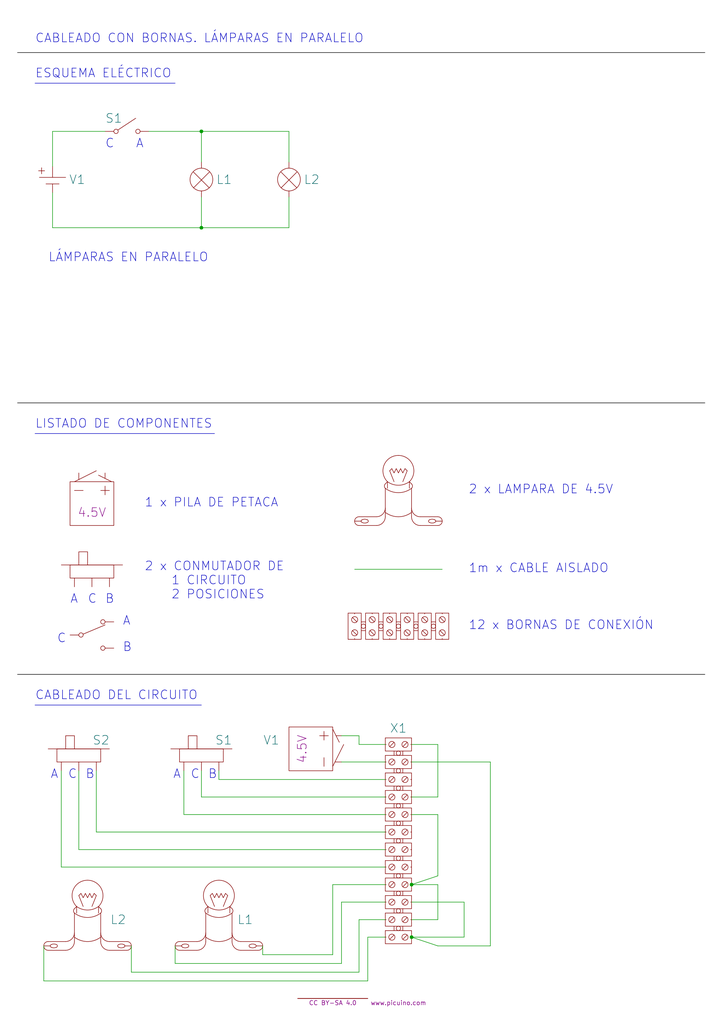
<source format=kicad_sch>
(kicad_sch (version 20211123) (generator eeschema)
  (paper "A4" portrait)
  (title_block (title "CABLEADO CON BORNAS. LÁMPARAS EN PARALELO") (date "14/12/2018") (company "www.picuino.com") (comment 1 "Copyright (c) 2018 by Carlos Pardo") (comment 2 "License CC BY-SA 4.0"))
  (lib_symbols
    (symbol "simbolos:CopyRight" (pin_names (offset 1.016))
      (property "License" "CC BY-SA 4.0" (at -1.27 -1.27 0))
      (property "Web" "www.picuino.com" (at 0 -1.27 0))
      (symbol "CopyRight_0_1"
        (polyline (pts (xy -10.16 0) (xy 10.16 0)) (stroke (width 0.2032)))
      )
    )
    (symbol "simbolos:Pila" (pin_names (offset 1.016))
      (property "Reference" "V" (at 5.08 -4.445 0))
      (symbol "Pila_0_1"
        (polyline (pts (xy -4.064 -1.27) (xy -2.286 -1.27)))
        (polyline (pts (xy -3.81 -3.175) (xy 3.81 -3.175)))
        (polyline (pts (xy -3.175 -0.381) (xy -3.175 -2.159)))
        (polyline (pts (xy -1.905 -5.08) (xy 1.905 -5.08)))
      )
      (symbol "Pila_1_1"
        (pin input line (at 0 -7.62 90) (length 2.54) (name "") (number ""))
        (pin input line (at 0 0 270) (length 3.175) (name "") (number ""))
      )
    )
    (symbol "simbolos:borna_12x2" (pin_names (offset 1.016))
      (property "Reference" "X" (at 3.81 3.81 0))
      (symbol "borna_12x2_0_1"
        (rectangle (start 0 -53.975) (end 7.62 -57.785))
        (rectangle (start 0 -48.895) (end 7.62 -52.705))
        (rectangle (start 0 -43.815) (end 7.62 -47.625))
        (rectangle (start 0 -38.735) (end 7.62 -42.545))
        (rectangle (start 0 -33.655) (end 7.62 -37.465))
        (rectangle (start 0 -28.575) (end 7.62 -32.385))
        (rectangle (start 0 -23.495) (end 7.62 -27.305))
        (rectangle (start 0 -18.415) (end 7.62 -22.225))
        (rectangle (start 0 -13.335) (end 7.62 -17.145))
        (rectangle (start 0 -8.255) (end 7.62 -12.065))
        (rectangle (start 0 -3.175) (end 7.62 -6.985))
        (polyline (pts (xy 1.27 -56.515) (xy 2.54 -55.245)))
        (polyline (pts (xy 1.27 -51.435) (xy 2.54 -50.165)))
        (polyline (pts (xy 1.27 -46.355) (xy 2.54 -45.085)))
        (polyline (pts (xy 1.27 -41.275) (xy 2.54 -40.005)))
        (polyline (pts (xy 1.27 -36.195) (xy 2.54 -34.925)))
        (polyline (pts (xy 1.27 -31.115) (xy 2.54 -29.845)))
        (polyline (pts (xy 1.27 -26.035) (xy 2.54 -24.765)))
        (polyline (pts (xy 1.27 -20.955) (xy 2.54 -19.685)))
        (polyline (pts (xy 1.27 -15.875) (xy 2.54 -14.605)))
        (polyline (pts (xy 1.27 -10.795) (xy 2.54 -9.525)))
        (polyline (pts (xy 1.27 -5.715) (xy 2.54 -4.445)))
        (polyline (pts (xy 1.27 -0.635) (xy 2.54 0.635)))
        (polyline (pts (xy 2.54 -53.975) (xy 2.54 -52.705)))
        (polyline (pts (xy 2.54 -48.895) (xy 2.54 -47.625)))
        (polyline (pts (xy 2.54 -43.815) (xy 2.54 -42.545)))
        (polyline (pts (xy 2.54 -38.735) (xy 2.54 -37.465)))
        (polyline (pts (xy 2.54 -33.655) (xy 2.54 -32.385)))
        (polyline (pts (xy 2.54 -28.575) (xy 2.54 -27.305)))
        (polyline (pts (xy 2.54 -23.495) (xy 2.54 -22.225)))
        (polyline (pts (xy 2.54 -18.415) (xy 2.54 -17.145)))
        (polyline (pts (xy 2.54 -13.335) (xy 2.54 -12.065)))
        (polyline (pts (xy 2.54 -8.255) (xy 2.54 -6.985)))
        (polyline (pts (xy 2.54 -3.175) (xy 2.54 -1.905)))
        (polyline (pts (xy 5.08 -56.515) (xy 6.35 -55.245)))
        (polyline (pts (xy 5.08 -53.975) (xy 5.08 -52.705)))
        (polyline (pts (xy 5.08 -51.435) (xy 6.35 -50.165)))
        (polyline (pts (xy 5.08 -48.895) (xy 5.08 -47.625)))
        (polyline (pts (xy 5.08 -46.355) (xy 6.35 -45.085)))
        (polyline (pts (xy 5.08 -43.815) (xy 5.08 -42.545)))
        (polyline (pts (xy 5.08 -41.275) (xy 6.35 -40.005)))
        (polyline (pts (xy 5.08 -38.735) (xy 5.08 -37.465)))
        (polyline (pts (xy 5.08 -36.195) (xy 6.35 -34.925)))
        (polyline (pts (xy 5.08 -33.655) (xy 5.08 -32.385)))
        (polyline (pts (xy 5.08 -31.115) (xy 6.35 -29.845)))
        (polyline (pts (xy 5.08 -28.575) (xy 5.08 -27.305)))
        (polyline (pts (xy 5.08 -26.035) (xy 6.35 -24.765)))
        (polyline (pts (xy 5.08 -23.495) (xy 5.08 -22.225)))
        (polyline (pts (xy 5.08 -20.955) (xy 6.35 -19.685)))
        (polyline (pts (xy 5.08 -18.415) (xy 5.08 -17.145)))
        (polyline (pts (xy 5.08 -15.875) (xy 6.35 -14.605)))
        (polyline (pts (xy 5.08 -13.335) (xy 5.08 -12.065)))
        (polyline (pts (xy 5.08 -10.795) (xy 6.35 -9.525)))
        (polyline (pts (xy 5.08 -8.255) (xy 5.08 -6.985)))
        (polyline (pts (xy 5.08 -5.715) (xy 6.35 -4.445)))
        (polyline (pts (xy 5.08 -3.175) (xy 5.08 -1.905)))
        (polyline (pts (xy 5.08 -0.635) (xy 6.35 0.635)))
        (rectangle (start 0 1.905) (end 7.62 -1.905))
        (circle (center 1.905 -55.88) (radius 0.889))
        (circle (center 1.905 -50.8) (radius 0.889))
        (circle (center 1.905 -45.72) (radius 0.889))
        (circle (center 1.905 -40.64) (radius 0.889))
        (circle (center 1.905 -35.56) (radius 0.889))
        (circle (center 1.905 -30.48) (radius 0.889))
        (circle (center 1.905 -25.4) (radius 0.889))
        (circle (center 1.905 -20.32) (radius 0.889))
        (circle (center 1.905 -15.24) (radius 0.889))
        (circle (center 1.905 -10.16) (radius 0.889))
        (circle (center 1.905 -5.08) (radius 0.889))
        (circle (center 1.905 0) (radius 0.889))
        (circle (center 3.81 -53.34) (radius 0.635))
        (circle (center 3.81 -48.26) (radius 0.635))
        (circle (center 3.81 -43.18) (radius 0.635))
        (circle (center 3.81 -38.1) (radius 0.635))
        (circle (center 3.81 -33.02) (radius 0.635))
        (circle (center 3.81 -27.94) (radius 0.635))
        (circle (center 3.81 -22.86) (radius 0.635))
        (circle (center 3.81 -17.78) (radius 0.635))
        (circle (center 3.81 -12.7) (radius 0.635))
        (circle (center 3.81 -7.62) (radius 0.635))
        (circle (center 3.81 -2.54) (radius 0.635))
        (circle (center 5.715 -55.88) (radius 0.889))
        (circle (center 5.715 -50.8) (radius 0.889))
        (circle (center 5.715 -45.72) (radius 0.889))
        (circle (center 5.715 -40.64) (radius 0.889))
        (circle (center 5.715 -35.56) (radius 0.889))
        (circle (center 5.715 -30.48) (radius 0.889))
        (circle (center 5.715 -25.4) (radius 0.889))
        (circle (center 5.715 -20.32) (radius 0.889))
        (circle (center 5.715 -15.24) (radius 0.889))
        (circle (center 5.715 -10.16) (radius 0.889))
        (circle (center 5.715 -5.08) (radius 0.889))
        (circle (center 5.715 0) (radius 0.889))
      )
      (symbol "borna_12x2_1_1"
        (pin input line (at 0 -55.88 0) (length 0.254) (name "") (number ""))
        (pin input line (at 0 -50.8 0) (length 0.254) (name "") (number ""))
        (pin input line (at 0 -45.72 0) (length 0.254) (name "") (number ""))
        (pin input line (at 0 -40.64 0) (length 0.254) (name "") (number ""))
        (pin input line (at 0 -35.56 0) (length 0.254) (name "") (number ""))
        (pin input line (at 0 -30.48 0) (length 0.254) (name "") (number ""))
        (pin input line (at 0 -25.4 0) (length 0.254) (name "") (number ""))
        (pin input line (at 0 -20.32 0) (length 0.254) (name "") (number ""))
        (pin input line (at 0 -15.24 0) (length 0.254) (name "") (number ""))
        (pin input line (at 0 -10.16 0) (length 0.254) (name "") (number ""))
        (pin input line (at 0 -5.08 0) (length 0.254) (name "") (number ""))
        (pin input line (at 0 0 0) (length 0.254) (name "") (number ""))
        (pin input line (at 7.62 -55.88 180) (length 0.254) (name "") (number ""))
        (pin input line (at 7.62 -50.8 180) (length 0.254) (name "") (number ""))
        (pin input line (at 7.62 -45.72 180) (length 0.254) (name "") (number ""))
        (pin input line (at 7.62 -40.64 180) (length 0.254) (name "") (number ""))
        (pin input line (at 7.62 -35.56 180) (length 0.254) (name "") (number ""))
        (pin input line (at 7.62 -30.48 180) (length 0.254) (name "") (number ""))
        (pin input line (at 7.62 -25.4 180) (length 0.254) (name "") (number ""))
        (pin input line (at 7.62 -20.32 180) (length 0.254) (name "") (number ""))
        (pin input line (at 7.62 -15.24 180) (length 0.254) (name "") (number ""))
        (pin input line (at 7.62 -10.16 180) (length 0.254) (name "") (number ""))
        (pin input line (at 7.62 -5.08 180) (length 0.254) (name "") (number ""))
        (pin input line (at 7.62 0 180) (length 0.254) (name "") (number ""))
      )
    )
    (symbol "simbolos:borna_6x2" (pin_names (offset 1.016))
      (property "Reference" "X" (at 3.81 3.81 0))
      (symbol "borna_6x2_0_1"
        (rectangle (start 0 -23.495) (end 7.62 -27.305))
        (rectangle (start 0 -18.415) (end 7.62 -22.225))
        (rectangle (start 0 -13.335) (end 7.62 -17.145))
        (rectangle (start 0 -8.255) (end 7.62 -12.065))
        (rectangle (start 0 -3.175) (end 7.62 -6.985))
        (polyline (pts (xy 1.27 -26.035) (xy 2.54 -24.765)))
        (polyline (pts (xy 1.27 -20.955) (xy 2.54 -19.685)))
        (polyline (pts (xy 1.27 -15.875) (xy 2.54 -14.605)))
        (polyline (pts (xy 1.27 -10.795) (xy 2.54 -9.525)))
        (polyline (pts (xy 1.27 -5.715) (xy 2.54 -4.445)))
        (polyline (pts (xy 1.27 -0.635) (xy 2.54 0.635)))
        (polyline (pts (xy 2.54 -23.495) (xy 2.54 -22.225)))
        (polyline (pts (xy 2.54 -18.415) (xy 2.54 -17.145)))
        (polyline (pts (xy 2.54 -13.335) (xy 2.54 -12.065)))
        (polyline (pts (xy 2.54 -8.255) (xy 2.54 -6.985)))
        (polyline (pts (xy 2.54 -3.175) (xy 2.54 -1.905)))
        (polyline (pts (xy 5.08 -26.035) (xy 6.35 -24.765)))
        (polyline (pts (xy 5.08 -23.495) (xy 5.08 -22.225)))
        (polyline (pts (xy 5.08 -20.955) (xy 6.35 -19.685)))
        (polyline (pts (xy 5.08 -18.415) (xy 5.08 -17.145)))
        (polyline (pts (xy 5.08 -15.875) (xy 6.35 -14.605)))
        (polyline (pts (xy 5.08 -13.335) (xy 5.08 -12.065)))
        (polyline (pts (xy 5.08 -10.795) (xy 6.35 -9.525)))
        (polyline (pts (xy 5.08 -8.255) (xy 5.08 -6.985)))
        (polyline (pts (xy 5.08 -5.715) (xy 6.35 -4.445)))
        (polyline (pts (xy 5.08 -3.175) (xy 5.08 -1.905)))
        (polyline (pts (xy 5.08 -0.635) (xy 6.35 0.635)))
        (rectangle (start 0 1.905) (end 7.62 -1.905))
        (circle (center 1.905 -25.4) (radius 0.889))
        (circle (center 1.905 -20.32) (radius 0.889))
        (circle (center 1.905 -15.24) (radius 0.889))
        (circle (center 1.905 -10.16) (radius 0.889))
        (circle (center 1.905 -5.08) (radius 0.889))
        (circle (center 1.905 0) (radius 0.889))
        (circle (center 3.81 -22.86) (radius 0.635))
        (circle (center 3.81 -17.78) (radius 0.635))
        (circle (center 3.81 -12.7) (radius 0.635))
        (circle (center 3.81 -7.62) (radius 0.635))
        (circle (center 3.81 -2.54) (radius 0.635))
        (circle (center 5.715 -25.4) (radius 0.889))
        (circle (center 5.715 -20.32) (radius 0.889))
        (circle (center 5.715 -15.24) (radius 0.889))
        (circle (center 5.715 -10.16) (radius 0.889))
        (circle (center 5.715 -5.08) (radius 0.889))
        (circle (center 5.715 0) (radius 0.889))
      )
      (symbol "borna_6x2_1_1"
        (pin input line (at 0 -25.4 0) (length 0.254) (name "") (number ""))
        (pin input line (at 0 -20.32 0) (length 0.254) (name "") (number ""))
        (pin input line (at 0 -15.24 0) (length 0.254) (name "") (number ""))
        (pin input line (at 0 -10.16 0) (length 0.254) (name "") (number ""))
        (pin input line (at 0 -5.08 0) (length 0.254) (name "") (number ""))
        (pin input line (at 0 0 0) (length 0.254) (name "") (number ""))
        (pin input line (at 7.62 -25.4 180) (length 0.254) (name "") (number ""))
        (pin input line (at 7.62 -20.32 180) (length 0.254) (name "") (number ""))
        (pin input line (at 7.62 -15.24 180) (length 0.254) (name "") (number ""))
        (pin input line (at 7.62 -10.16 180) (length 0.254) (name "") (number ""))
        (pin input line (at 7.62 -5.08 180) (length 0.254) (name "") (number ""))
        (pin input line (at 7.62 0 180) (length 0.254) (name "") (number ""))
      )
    )
    (symbol "simbolos:conmutador" (pin_names (offset 1.016))
      (property "Reference" "S" (at 4.445 3.175 0))
      (symbol "conmutador_0_0"
        (circle (center 3.175 0) (radius 0.635))
        (circle (center 9.525 -3.81) (radius 0.635))
        (circle (center 9.525 3.81) (radius 0.635))
      )
      (symbol "conmutador_0_1"
        (polyline (pts (xy 10.16 2.921) (xy 3.81 0.254)))
      )
      (symbol "conmutador_1_1"
        (pin input line (at 0 0 0) (length 2.54) (name "") (number ""))
        (pin input line (at 12.7 -3.81 180) (length 2.54) (name "") (number ""))
        (pin input line (at 12.7 3.81 180) (length 2.54) (name "") (number ""))
      )
    )
    (symbol "simbolos:interruptor" (pin_names (offset 1.016))
      (property "Reference" "S" (at 4.445 3.175 0))
      (symbol "interruptor_0_0"
        (polyline (pts (xy 8.89 3.81) (xy 3.683 0.381)))
        (circle (center 3.175 0) (radius 0.635))
        (circle (center 9.525 0) (radius 0.635))
      )
      (symbol "interruptor_1_1"
        (pin input line (at 0 0 0) (length 2.54) (name "") (number ""))
        (pin input line (at 12.7 0 180) (length 2.54) (name "") (number ""))
      )
    )
    (symbol "simbolos:lampara" (pin_names (offset 1.016))
      (property "Reference" "L" (at 4.445 -5.08 0))
      (symbol "lampara_0_1"
        (circle (center 0 -5.08) (radius 3.302))
        (polyline (pts (xy -2.286 -7.493) (xy 2.286 -2.921)))
        (polyline (pts (xy -2.286 -2.921) (xy 2.286 -7.493)))
      )
      (symbol "lampara_1_1"
        (pin input line (at 0 -10.16 90) (length 1.778) (name "") (number ""))
        (pin input line (at 0 0 270) (length 1.778) (name "") (number ""))
      )
    )
    (symbol "simbolos:lampara_pack" (pin_names (offset 1.016))
      (property "Reference" "L" (at 17.78 6.35 0))
      (symbol "lampara_pack_0_1"
        (polyline (pts (xy 1.27 -1.27) (xy 6.35 -1.27)))
        (polyline (pts (xy 6.35 1.27) (xy 1.27 1.27)))
        (polyline (pts (xy 8.89 1.27) (xy 8.89 9.525)))
        (polyline (pts (xy 8.89 10.795) (xy 9.525 11.43)))
        (polyline (pts (xy 9.525 11.43) (xy 9.525 9.525)))
        (polyline (pts (xy 11.43 11.43) (xy 10.16 14.605)))
        (polyline (pts (xy 13.97 11.43) (xy 15.24 14.605)))
        (polyline (pts (xy 15.875 11.43) (xy 15.875 9.525)))
        (polyline (pts (xy 16.51 1.27) (xy 16.51 9.525)))
        (polyline (pts (xy 16.51 10.795) (xy 15.875 11.43)))
        (polyline (pts (xy 19.05 1.27) (xy 24.13 1.27)))
        (polyline (pts (xy 24.13 -1.27) (xy 19.05 -1.27)))
        (polyline (pts (xy 10.16 14.605) (xy 10.795 15.24) (xy 11.43 13.97) (xy 12.065 15.24) (xy 12.7 13.97) (xy 13.335 15.24) (xy 13.97 13.97) (xy 14.605 15.24) (xy 15.24 14.605)))
        (arc (start 1.27 1.27) (mid 0 0) (end 1.27 -1.27))
        (arc (start 2.159 -0.381) (mid 2.921 -0.5609) (end 3.683 -0.381))
        (arc (start 2.159 0.381) (mid 1.8844 0) (end 2.159 -0.381))
        (arc (start 3.683 -0.381) (mid 3.9576 0) (end 3.683 0.381))
        (arc (start 3.683 0.381) (mid 2.921 0.5609) (end 2.159 0.381))
        (arc (start 6.35 -1.27) (mid 8.1297 -0.5171) (end 8.89 1.27))
        (arc (start 6.35 1.27) (mid 8.1297 2.0229) (end 8.89 3.81))
        (arc (start 8.89 2.54) (mid 12.7 1.27) (end 16.51 2.54))
        (arc (start 8.89 9.525) (mid 12.7 8.255) (end 16.51 9.525))
        (arc (start 8.89 10.795) (mid 8.627 10.16) (end 8.89 9.525))
        (arc (start 9.525 11.43) (mid 12.7 10.4125) (end 15.875 11.43))
        (arc (start 12.7 19.05) (mid 8.5493 16.3021) (end 9.525 11.43))
        (arc (start 15.875 11.43) (mid 16.8357 16.2958) (end 12.7 19.05))
        (arc (start 16.51 1.27) (mid 17.2523 -0.5349) (end 19.05 -1.27))
        (arc (start 16.51 3.81) (mid 17.2523 2.0051) (end 19.05 1.27))
        (arc (start 16.51 9.525) (mid 16.773 10.16) (end 16.51 10.795))
        (arc (start 21.717 -0.381) (mid 22.479 -0.5609) (end 23.241 -0.381))
        (arc (start 21.717 0.381) (mid 21.4424 0) (end 21.717 -0.381))
        (arc (start 23.241 -0.381) (mid 23.5156 0) (end 23.241 0.381))
        (arc (start 23.241 0.381) (mid 22.479 0.5609) (end 21.717 0.381))
        (arc (start 24.13 -1.27) (mid 25.4 0) (end 24.13 1.27))
      )
      (symbol "lampara_pack_1_1"
        (pin input line (at 0 0 0) (length 1.905) (name "") (number ""))
        (pin input line (at 25.4 0 180) (length 1.905) (name "") (number ""))
      )
    )
    (symbol "simbolos:pila_petaca" (pin_names (offset 1.016))
      (property "Reference" "V" (at 11.43 -8.89 0))
      (property "V" "4.5V" (at 3.81 -12.7 0))
      (symbol "pila_petaca_0_1"
        (rectangle (start -2.54 -2.54) (end 10.16 -15.24))
        (polyline (pts (xy -1.27 -5.08) (xy 1.27 -5.08)))
        (polyline (pts (xy -1.27 -2.54) (xy 5.08 0.635)))
        (polyline (pts (xy 7.62 -3.81) (xy 7.62 -6.35)))
        (polyline (pts (xy 8.89 -5.08) (xy 6.35 -5.08)))
        (polyline (pts (xy 9.525 -2.54) (xy 5.715 -0.635)))
      )
      (symbol "pila_petaca_1_1"
        (pin input line (at 0 0 270) (length 1.905) (name "") (number ""))
        (pin input line (at 7.62 0 270) (length 1.524) (name "") (number ""))
      )
    )
    (symbol "simbolos:selector_pack" (pin_names (offset 1.016))
      (property "Reference" "S" (at 11.43 8.89 0))
      (symbol "selector_pack_0_1"
        (rectangle (start -1.27 6.35) (end 11.43 2.54))
        (polyline (pts (xy 13.97 6.35) (xy -3.81 6.35)))
        (polyline (pts (xy 1.27 6.35) (xy 1.27 10.16) (xy 3.81 10.16) (xy 3.81 6.35)))
      )
      (symbol "selector_pack_1_1"
        (pin input line (at 0 0 90) (length 2.54) (name "") (number ""))
        (pin input line (at 5.08 0 90) (length 2.54) (name "") (number ""))
        (pin input line (at 10.16 0 90) (length 2.54) (name "") (number ""))
      )
    )
  )
  (junction (at 119.38 256.54))
  (junction (at 58.42 38.1))
  (junction (at 58.42 66.04))
  (junction (at 119.38 271.78))
  (wire (pts (xy 50.8 274.32) (xy 50.8 279.4)))
  (polyline (pts (xy 5.08 15.24) (xy 204.47 15.24)) (stroke (width 0) (type solid) (color 0 0 0 1)))
  (wire (pts (xy 106.68 284.48) (xy 12.7 284.48)))
  (polyline (pts (xy 10.16 204.47) (xy 58.42 204.47)) (stroke (width 0) (type solid)))
  (wire (pts (xy 38.1 281.94) (xy 104.14 281.94)))
  (wire (pts (xy 119.38 231.14) (xy 127 231.14)))
  (wire (pts (xy 119.38 271.78) (xy 127 274.32)))
  (wire (pts (xy 127 266.7) (xy 119.38 266.7)))
  (wire (pts (xy 99.06 220.98) (xy 111.76 220.98)))
  (wire (pts (xy 15.24 38.1) (xy 30.48 38.1)))
  (polyline (pts (xy 10.16 125.73) (xy 62.23 125.73)) (stroke (width 0) (type solid)))
  (wire (pts (xy 15.24 48.26) (xy 15.24 38.1)))
  (wire (pts (xy 76.2 274.32) (xy 76.2 276.86)))
  (wire (pts (xy 127 236.22) (xy 119.38 236.22)))
  (wire (pts (xy 104.14 266.7) (xy 111.76 266.7)))
  (wire (pts (xy 104.14 215.9) (xy 111.76 215.9)))
  (wire (pts (xy 15.24 66.04) (xy 58.42 66.04)))
  (wire (pts (xy 119.38 220.98) (xy 142.24 220.98)))
  (wire (pts (xy 104.14 213.36) (xy 99.06 213.36)))
  (wire (pts (xy 99.06 261.62) (xy 111.76 261.62)))
  (wire (pts (xy 22.86 246.38) (xy 111.76 246.38)))
  (wire (pts (xy 27.94 241.3) (xy 27.94 223.52)))
  (wire (pts (xy 96.52 256.54) (xy 111.76 256.54)))
  (wire (pts (xy 58.42 231.14) (xy 111.76 231.14)))
  (wire (pts (xy 134.62 271.78) (xy 119.38 271.78)))
  (polyline (pts (xy 5.08 195.58) (xy 204.47 195.58)) (stroke (width 0) (type solid) (color 0 0 0 1)))
  (wire (pts (xy 58.42 46.99) (xy 58.42 38.1)))
  (wire (pts (xy 58.42 38.1) (xy 83.82 38.1)))
  (wire (pts (xy 22.86 223.52) (xy 22.86 246.38)))
  (wire (pts (xy 142.24 220.98) (xy 142.24 274.32)))
  (polyline (pts (xy 5.08 116.84) (xy 204.47 116.84)) (stroke (width 0) (type solid) (color 0 0 0 1)))
  (wire (pts (xy 43.18 38.1) (xy 58.42 38.1)))
  (wire (pts (xy 119.38 256.54) (xy 127 254)))
  (wire (pts (xy 58.42 66.04) (xy 83.82 66.04)))
  (wire (pts (xy 142.24 274.32) (xy 127 274.32)))
  (wire (pts (xy 111.76 241.3) (xy 27.94 241.3)))
  (wire (pts (xy 83.82 38.1) (xy 83.82 46.99)))
  (wire (pts (xy 17.78 223.52) (xy 17.78 251.46)))
  (wire (pts (xy 58.42 57.15) (xy 58.42 66.04)))
  (wire (pts (xy 127 215.9) (xy 119.38 215.9)))
  (wire (pts (xy 119.38 261.62) (xy 134.62 261.62)))
  (wire (pts (xy 83.82 66.04) (xy 83.82 57.15)))
  (wire (pts (xy 127 256.54) (xy 127 266.7)))
  (wire (pts (xy 106.68 271.78) (xy 106.68 284.48)))
  (wire (pts (xy 134.62 261.62) (xy 134.62 271.78)))
  (wire (pts (xy 104.14 266.7) (xy 104.14 281.94)))
  (wire (pts (xy 58.42 223.52) (xy 58.42 231.14)))
  (wire (pts (xy 111.76 226.06) (xy 63.5 226.06)))
  (wire (pts (xy 63.5 226.06) (xy 63.5 223.52)))
  (wire (pts (xy 15.24 66.04) (xy 15.24 55.88)))
  (wire (pts (xy 111.76 236.22) (xy 53.34 236.22)))
  (wire (pts (xy 102.87 165.1) (xy 128.27 165.1)))
  (wire (pts (xy 76.2 276.86) (xy 96.52 276.86)))
  (wire (pts (xy 127 231.14) (xy 127 215.9)))
  (wire (pts (xy 96.52 256.54) (xy 96.52 276.86)))
  (wire (pts (xy 111.76 271.78) (xy 106.68 271.78)))
  (wire (pts (xy 12.7 284.48) (xy 12.7 274.32)))
  (wire (pts (xy 38.1 274.32) (xy 38.1 281.94)))
  (wire (pts (xy 53.34 236.22) (xy 53.34 223.52)))
  (wire (pts (xy 104.14 215.9) (xy 104.14 213.36)))
  (polyline (pts (xy 10.16 24.13) (xy 50.8 24.13)) (stroke (width 0) (type solid)))
  (wire (pts (xy 119.38 256.54) (xy 127 256.54)))
  (wire (pts (xy 127 254) (xy 127 236.22)))
  (wire (pts (xy 50.8 279.4) (xy 99.06 279.4)))
  (wire (pts (xy 99.06 261.62) (xy 99.06 279.4)))
  (wire (pts (xy 111.76 251.46) (xy 17.78 251.46)))
  (text "C" (at 25.4 175.26 0) (effects (font (size 2.54 2.54)) (justify left bottom)))
  (text "C" (at 16.51 186.69 0) (effects (font (size 2.54 2.54)) (justify left bottom)))
  (text "B" (at 60.325 226.06 0) (effects (font (size 2.54 2.54)) (justify left bottom)))
  (text "2 x CONMUTADOR DE\n    1 CIRCUITO\n    2 POSICIONES" (at 41.91 173.99 0) (effects (font (size 2.54 2.54)) (justify left bottom)))
  (text "A" (at 39.37 43.18 0) (effects (font (size 2.54 2.54)) (justify left bottom)))
  (text "A" (at 35.56 181.61 0) (effects (font (size 2.54 2.54)) (justify left bottom)))
  (text "12 x BORNAS DE CONEXIÓN" (at 135.89 182.88 0) (effects (font (size 2.54 2.54)) (justify left bottom)))
  (text "B" (at 35.56 189.23 0) (effects (font (size 2.54 2.54)) (justify left bottom)))
  (text "B" (at 30.48 175.26 0) (effects (font (size 2.54 2.54)) (justify left bottom)))
  (text "A" (at 20.32 175.26 0) (effects (font (size 2.54 2.54)) (justify left bottom)))
  (text "1m x CABLE AISLADO" (at 135.89 166.37 0) (effects (font (size 2.54 2.54)) (justify left bottom)))
  (text "ESQUEMA ELÉCTRICO" (at 10.16 22.86 0) (effects (font (size 2.54 2.54)) (justify left bottom)))
  (text "LÁMPARAS EN PARALELO" (at 13.97 76.2 0) (effects (font (size 2.54 2.54)) (justify left bottom)))
  (text "C" (at 30.48 43.18 0) (effects (font (size 2.54 2.54)) (justify left bottom)))
  (text "LISTADO DE COMPONENTES" (at 10.16 124.46 0) (effects (font (size 2.54 2.54)) (justify left bottom)))
  (text "CABLEADO CON BORNAS. LÁMPARAS EN PARALELO" (at 10.16 12.7 0) (effects (font (size 2.54 2.54)) (justify left bottom)))
  (text "CABLEADO DEL CIRCUITO" (at 10.16 203.2 0) (effects (font (size 2.54 2.54)) (justify left bottom)))
  (text "2 x LAMPARA DE 4.5V" (at 135.89 143.51 0) (effects (font (size 2.54 2.54)) (justify left bottom)))
  (text "1 x PILA DE PETACA" (at 41.91 147.32 0) (effects (font (size 2.54 2.54)) (justify left bottom)))
  (text "A" (at 50.165 226.06 0) (effects (font (size 2.54 2.54)) (justify left bottom)))
  (text "B" (at 24.765 226.06 0) (effects (font (size 2.54 2.54)) (justify left bottom)))
  (text "A" (at 14.605 226.06 0) (effects (font (size 2.54 2.54)) (justify left bottom)))
  (text "C" (at 55.245 226.06 0) (effects (font (size 2.54 2.54)) (justify left bottom)))
  (text "C" (at 19.685 226.06 0) (effects (font (size 2.54 2.54)) (justify left bottom)))
  (symbol (lib_id "simbolos:CopyRight") (at 96.52 289.56 0) (unit 1)
    (property "Reference" "CP1" (effects hide))
    (property "Value" "CopyRight" (effects hide))
    (property "License" "CC BY-SA 4.0" (at 96.52 290.83 0))
    (property "Web" "www.picuino.com" (at 115.57 290.83 0))
  )
  (symbol (lib_id "simbolos:borna_12x2") (at 111.76 215.9 0) (unit 1)
    (property "Reference" "X1" (at 115.57 211.1756 0) (effects (font (size 2.54 2.54))))
    (property "Value" "borna_12x2" (effects hide))
  )
  (symbol (lib_id "simbolos:pila_petaca") (at 99.06 220.98 270) (mirror x) (unit 1)
    (property "Reference" "V1" (at 76.2 214.63 90) (effects (font (size 2.54 2.54)) (justify left)))
    (property "Value" "pila_petaca" (effects hide))
    (property "V" "4.5V" (at 87.63 217.17 0) (effects (font (size 2.54 2.54))))
  )
  (symbol (lib_id "simbolos:pila_petaca") (at 22.86 137.16 0) (unit 1)
    (property "Reference" "V?" (effects hide))
    (property "Value" "pila_petaca" (effects hide))
    (property "V" "4.5V" (at 26.67 148.59 0) (effects (font (size 2.54 2.54))))
  )
  (symbol (lib_id "simbolos:Pila") (at 15.24 48.26 0) (unit 1)
    (property "Reference" "V1" (at 19.8882 52.07 0) (effects (font (size 2.54 2.54)) (justify left)))
    (property "Value" "Pila" (effects hide))
  )
  (symbol (lib_id "simbolos:lampara") (at 83.82 46.99 0) (unit 1)
    (property "Reference" "L2" (at 87.9602 52.07 0) (effects (font (size 2.54 2.54)) (justify left)))
    (property "Value" "lampara" (effects hide))
  )
  (symbol (lib_id "simbolos:lampara_pack") (at 50.8 274.32 0) (unit 1)
    (property "Reference" "L1" (at 71.12 266.7 0) (effects (font (size 2.54 2.54))))
    (property "Value" "lampara_pack" (effects hide))
  )
  (symbol (lib_id "simbolos:lampara_pack") (at 12.7 274.32 0) (unit 1)
    (property "Reference" "L2" (at 34.29 266.7 0) (effects (font (size 2.54 2.54))))
    (property "Value" "lampara_pack" (effects hide))
  )
  (symbol (lib_id "simbolos:borna_6x2") (at 128.27 177.8 270) (unit 1)
    (property "Reference" "X?" (effects hide))
    (property "Value" "borna_6x2" (effects hide))
  )
  (symbol (lib_id "simbolos:conmutador") (at 20.32 184.15 0) (unit 1)
    (property "Reference" "S?" (effects hide))
    (property "Value" "conmutador" (effects hide))
  )
  (symbol (lib_id "simbolos:selector_pack") (at 53.34 223.52 0) (unit 1)
    (property "Reference" "S1" (at 62.23 214.63 0) (effects (font (size 2.54 2.54)) (justify left)))
    (property "Value" "selector_pack" (effects hide))
  )
  (symbol (lib_id "simbolos:selector_pack") (at 17.78 223.52 0) (unit 1)
    (property "Reference" "S2" (at 26.67 214.63 0) (effects (font (size 2.54 2.54)) (justify left)))
    (property "Value" "selector_pack" (effects hide))
  )
  (symbol (lib_id "simbolos:selector_pack") (at 21.59 170.18 0) (unit 1)
    (property "Reference" "S?" (effects hide))
    (property "Value" "selector_pack" (effects hide))
  )
  (symbol (lib_id "simbolos:lampara_pack") (at 102.87 151.13 0) (unit 1)
    (property "Reference" "L?" (effects hide))
    (property "Value" "lampara_pack" (effects hide))
  )
  (symbol (lib_id "simbolos:interruptor") (at 30.48 38.1 0) (unit 1)
    (property "Reference" "S1" (at 33.02 34.29 0) (effects (font (size 2.54 2.54))))
    (property "Value" "interruptor" (effects hide))
  )
  (symbol (lib_id "simbolos:lampara") (at 58.42 46.99 0) (unit 1)
    (property "Reference" "L1" (at 62.5602 52.07 0) (effects (font (size 2.54 2.54)) (justify left)))
    (property "Value" "lampara" (effects hide))
  )
  (sheet (at 218.44 29.21) (size 66.04 7.62)
    (property "Sheet name" "2" (at 218.44 27.8634 0) (effects (font (size 2.54 2.54)) (justify left bottom)))
    (property "Sheet file" "electric-bornas-lamparas-paralelo-2.kicad_sch" (at 218.44 37.9226 0) (effects (font (size 2.54 2.54)) (justify left top)))
  )
)
</source>
